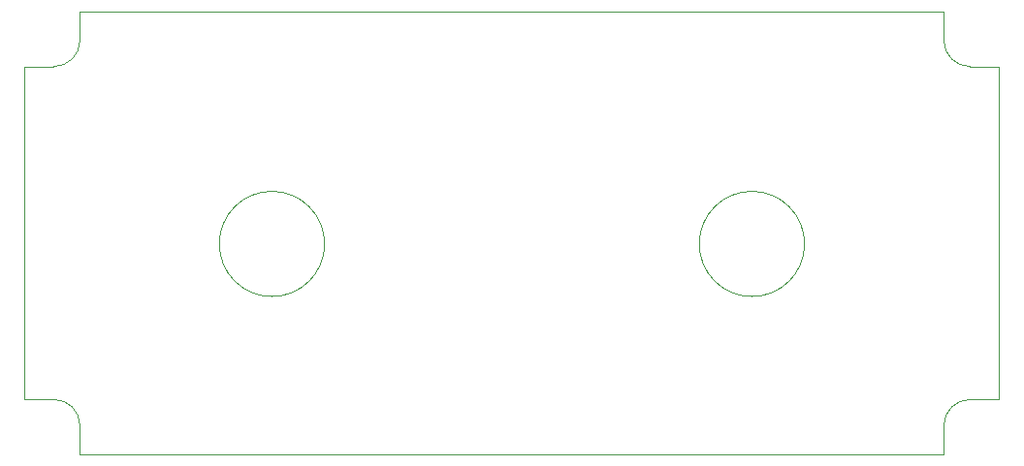
<source format=gbr>
%TF.GenerationSoftware,KiCad,Pcbnew,7.0.5*%
%TF.CreationDate,2023-08-30T18:26:21+02:00*%
%TF.ProjectId,Angle&Ana,416e676c-6526-4416-9e61-2e6b69636164,1.0*%
%TF.SameCoordinates,Original*%
%TF.FileFunction,Profile,NP*%
%FSLAX46Y46*%
G04 Gerber Fmt 4.6, Leading zero omitted, Abs format (unit mm)*
G04 Created by KiCad (PCBNEW 7.0.5) date 2023-08-30 18:26:21*
%MOMM*%
%LPD*%
G01*
G04 APERTURE LIST*
%TA.AperFunction,Profile*%
%ADD10C,0.050000*%
%TD*%
%TA.AperFunction,Profile*%
%ADD11C,0.120000*%
%TD*%
G04 APERTURE END LIST*
D10*
X77724000Y33655000D02*
G75*
G03*
X80010000Y31369000I2286000J0D01*
G01*
X77724000Y0D02*
X77724000Y-2540000D01*
X80010000Y2286000D02*
X82550000Y2286000D01*
X77724000Y-2540000D02*
X2286000Y-2540000D01*
X2289525Y0D02*
X2289525Y-2540000D01*
X0Y2289525D02*
X-2540000Y2289525D01*
X80010000Y2286000D02*
G75*
G03*
X77724000Y0I0J-2286000D01*
G01*
X2286000Y36195000D02*
X77724000Y36195000D01*
X82550000Y31369000D02*
X80010000Y31369000D01*
X0Y31369000D02*
X-2540000Y31369000D01*
X2286000Y33655000D02*
X2286000Y36195000D01*
X82550000Y2286000D02*
X82550000Y31369000D01*
X0Y31369000D02*
G75*
G03*
X2286000Y33655000I0J2286000D01*
G01*
X2289525Y0D02*
G75*
G03*
X0Y2289525I-2289525J0D01*
G01*
X-2540000Y2286000D02*
X-2540000Y31369000D01*
X77724000Y33655000D02*
X77724000Y36195000D01*
D11*
%TO.C,U2*%
X65560135Y15875000D02*
G75*
G03*
X65560135Y15875000I-4600135J0D01*
G01*
%TO.C,U4*%
X23651635Y15875000D02*
G75*
G03*
X23651635Y15875000I-4600135J0D01*
G01*
%TD*%
M02*

</source>
